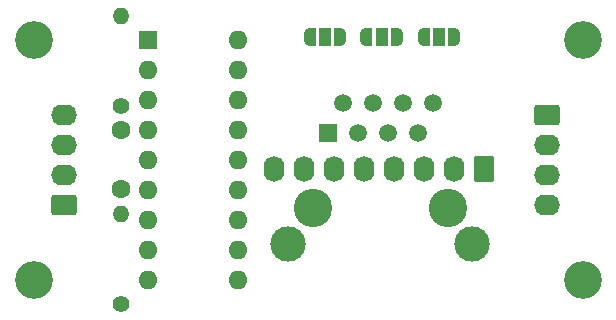
<source format=gts>
G04 #@! TF.GenerationSoftware,KiCad,Pcbnew,7.0.1*
G04 #@! TF.CreationDate,2023-07-05T13:46:03-05:00*
G04 #@! TF.ProjectId,MCP23008 Keypad Breakout,4d435032-3330-4303-9820-4b6579706164,rev?*
G04 #@! TF.SameCoordinates,Original*
G04 #@! TF.FileFunction,Soldermask,Top*
G04 #@! TF.FilePolarity,Negative*
%FSLAX46Y46*%
G04 Gerber Fmt 4.6, Leading zero omitted, Abs format (unit mm)*
G04 Created by KiCad (PCBNEW 7.0.1) date 2023-07-05 13:46:03*
%MOMM*%
%LPD*%
G01*
G04 APERTURE LIST*
G04 Aperture macros list*
%AMRoundRect*
0 Rectangle with rounded corners*
0 $1 Rounding radius*
0 $2 $3 $4 $5 $6 $7 $8 $9 X,Y pos of 4 corners*
0 Add a 4 corners polygon primitive as box body*
4,1,4,$2,$3,$4,$5,$6,$7,$8,$9,$2,$3,0*
0 Add four circle primitives for the rounded corners*
1,1,$1+$1,$2,$3*
1,1,$1+$1,$4,$5*
1,1,$1+$1,$6,$7*
1,1,$1+$1,$8,$9*
0 Add four rect primitives between the rounded corners*
20,1,$1+$1,$2,$3,$4,$5,0*
20,1,$1+$1,$4,$5,$6,$7,0*
20,1,$1+$1,$6,$7,$8,$9,0*
20,1,$1+$1,$8,$9,$2,$3,0*%
%AMFreePoly0*
4,1,19,0.550000,-0.750000,0.000000,-0.750000,0.000000,-0.744911,-0.071157,-0.744911,-0.207708,-0.704816,-0.327430,-0.627875,-0.420627,-0.520320,-0.479746,-0.390866,-0.500000,-0.250000,-0.500000,0.250000,-0.479746,0.390866,-0.420627,0.520320,-0.327430,0.627875,-0.207708,0.704816,-0.071157,0.744911,0.000000,0.744911,0.000000,0.750000,0.550000,0.750000,0.550000,-0.750000,0.550000,-0.750000,
$1*%
%AMFreePoly1*
4,1,19,0.000000,0.744911,0.071157,0.744911,0.207708,0.704816,0.327430,0.627875,0.420627,0.520320,0.479746,0.390866,0.500000,0.250000,0.500000,-0.250000,0.479746,-0.390866,0.420627,-0.520320,0.327430,-0.627875,0.207708,-0.704816,0.071157,-0.744911,0.000000,-0.744911,0.000000,-0.750000,-0.550000,-0.750000,-0.550000,0.750000,0.000000,0.750000,0.000000,0.744911,0.000000,0.744911,
$1*%
G04 Aperture macros list end*
%ADD10RoundRect,0.250000X-0.845000X0.620000X-0.845000X-0.620000X0.845000X-0.620000X0.845000X0.620000X0*%
%ADD11O,2.190000X1.740000*%
%ADD12C,3.200000*%
%ADD13RoundRect,0.250000X0.620000X0.845000X-0.620000X0.845000X-0.620000X-0.845000X0.620000X-0.845000X0*%
%ADD14O,1.740000X2.190000*%
%ADD15FreePoly0,0.000000*%
%ADD16R,1.000000X1.500000*%
%ADD17FreePoly1,0.000000*%
%ADD18C,1.400000*%
%ADD19O,1.400000X1.400000*%
%ADD20RoundRect,0.250000X0.845000X-0.620000X0.845000X0.620000X-0.845000X0.620000X-0.845000X-0.620000X0*%
%ADD21C,3.250000*%
%ADD22R,1.500000X1.500000*%
%ADD23C,1.500000*%
%ADD24C,3.000000*%
%ADD25R,1.600000X1.600000*%
%ADD26O,1.600000X1.600000*%
%ADD27C,1.600000*%
G04 APERTURE END LIST*
D10*
X170688000Y-115570000D03*
D11*
X170688000Y-118110000D03*
X170688000Y-120650000D03*
X170688000Y-123190000D03*
D12*
X173736000Y-109220000D03*
D13*
X165354000Y-120142000D03*
D14*
X162814000Y-120142000D03*
X160274000Y-120142000D03*
X157734000Y-120142000D03*
X155194000Y-120142000D03*
X152654000Y-120142000D03*
X150114000Y-120142000D03*
X147574000Y-120142000D03*
D15*
X160274000Y-108966000D03*
D16*
X161574000Y-108966000D03*
D17*
X162874000Y-108966000D03*
D18*
X134620000Y-131572000D03*
D19*
X134620000Y-123952000D03*
D12*
X173736000Y-129540000D03*
X127254000Y-129540000D03*
D15*
X150622000Y-108966000D03*
D16*
X151922000Y-108966000D03*
D17*
X153222000Y-108966000D03*
D20*
X129814000Y-123190000D03*
D11*
X129814000Y-120650000D03*
X129814000Y-118110000D03*
X129814000Y-115570000D03*
D21*
X150876000Y-123444000D03*
X162306000Y-123444000D03*
D22*
X152146000Y-117094000D03*
D23*
X153416000Y-114554000D03*
X154686000Y-117094000D03*
X155956000Y-114554000D03*
X157226000Y-117094000D03*
X158496000Y-114554000D03*
X159766000Y-117094000D03*
X161036000Y-114554000D03*
D24*
X148821000Y-126494000D03*
X164361000Y-126494000D03*
D18*
X134620000Y-114808000D03*
D19*
X134620000Y-107188000D03*
D15*
X155418000Y-108966000D03*
D16*
X156718000Y-108966000D03*
D17*
X158018000Y-108966000D03*
D12*
X127254000Y-109220000D03*
D25*
X136906000Y-109220000D03*
D26*
X136906000Y-111760000D03*
X136906000Y-114300000D03*
X136906000Y-116840000D03*
X136906000Y-119380000D03*
X136906000Y-121920000D03*
X136906000Y-124460000D03*
X136906000Y-127000000D03*
X136906000Y-129540000D03*
X144526000Y-129540000D03*
X144526000Y-127000000D03*
X144526000Y-124460000D03*
X144526000Y-121920000D03*
X144526000Y-119380000D03*
X144526000Y-116840000D03*
X144526000Y-114300000D03*
X144526000Y-111760000D03*
X144526000Y-109220000D03*
D27*
X134620000Y-121840000D03*
X134620000Y-116840000D03*
M02*

</source>
